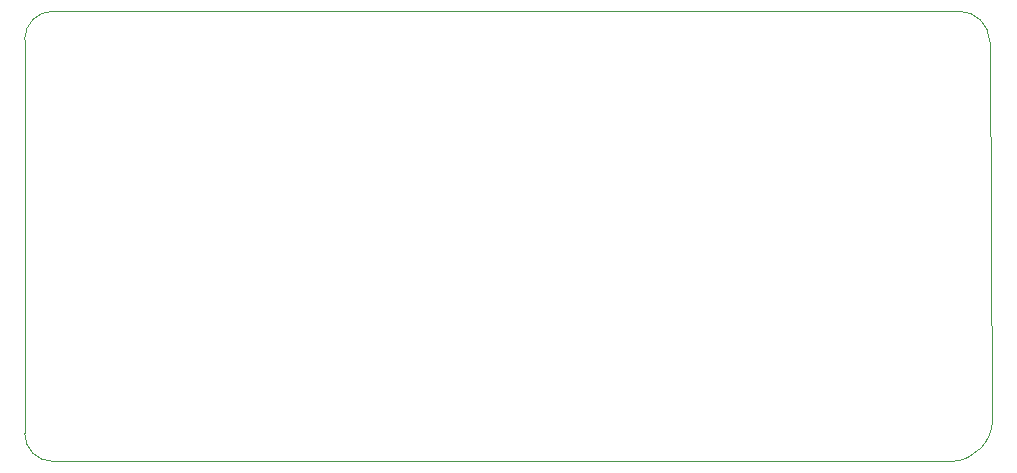
<source format=gm1>
G04 #@! TF.GenerationSoftware,KiCad,Pcbnew,(5.1.4)-1*
G04 #@! TF.CreationDate,2022-10-15T13:04:34-05:00*
G04 #@! TF.ProjectId,ai03-guide,61693033-2d67-4756-9964-652e6b696361,rev?*
G04 #@! TF.SameCoordinates,Original*
G04 #@! TF.FileFunction,Profile,NP*
%FSLAX46Y46*%
G04 Gerber Fmt 4.6, Leading zero omitted, Abs format (unit mm)*
G04 Created by KiCad (PCBNEW (5.1.4)-1) date 2022-10-15 13:04:34*
%MOMM*%
%LPD*%
G04 APERTURE LIST*
%ADD10C,0.050000*%
G04 APERTURE END LIST*
D10*
X116871680Y-119990000D02*
X116640477Y-88091477D01*
X116884485Y-119990000D02*
G75*
G02X113450000Y-123600000I-3614485J0D01*
G01*
X37320000Y-123600000D02*
X113450000Y-123600000D01*
X114020000Y-85471000D02*
G75*
G02X116640477Y-88091477I0J-2620477D01*
G01*
X37338000Y-85471000D02*
X114020000Y-85471000D01*
X34925000Y-87884000D02*
X34920000Y-121200000D01*
X37320000Y-123600000D02*
G75*
G02X34920000Y-121200000I0J2400000D01*
G01*
X34925000Y-87884000D02*
G75*
G02X37338000Y-85471000I2413000J0D01*
G01*
M02*

</source>
